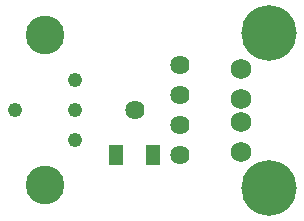
<source format=gbr>
G04 #@! TF.FileFunction,Soldermask,Top*
%FSLAX46Y46*%
G04 Gerber Fmt 4.6, Leading zero omitted, Abs format (unit mm)*
G04 Created by KiCad (PCBNEW 4.0.7) date Sun May  6 21:07:47 2018*
%MOMM*%
%LPD*%
G01*
G04 APERTURE LIST*
%ADD10C,0.100000*%
%ADD11C,1.244600*%
%ADD12C,3.276600*%
%ADD13C,4.701600*%
%ADD14C,1.752600*%
%ADD15C,1.625600*%
%ADD16R,1.301600X1.801600*%
G04 APERTURE END LIST*
D10*
D11*
X134620000Y-104140000D03*
X134620000Y-99060000D03*
X134620000Y-101600000D03*
D12*
X132080000Y-107950000D03*
X132080000Y-95250000D03*
D11*
X129540000Y-101600000D03*
D13*
X151080000Y-108170000D03*
X151080000Y-95030000D03*
D14*
X148750000Y-105100000D03*
X148750000Y-102600000D03*
X148750000Y-100600000D03*
X148750000Y-98100000D03*
D15*
X143510000Y-105410000D03*
X143510000Y-102870000D03*
X143510000Y-100330000D03*
X143510000Y-97790000D03*
D16*
X138100000Y-105410000D03*
X141300000Y-105410000D03*
D15*
X139700000Y-101600000D03*
M02*

</source>
